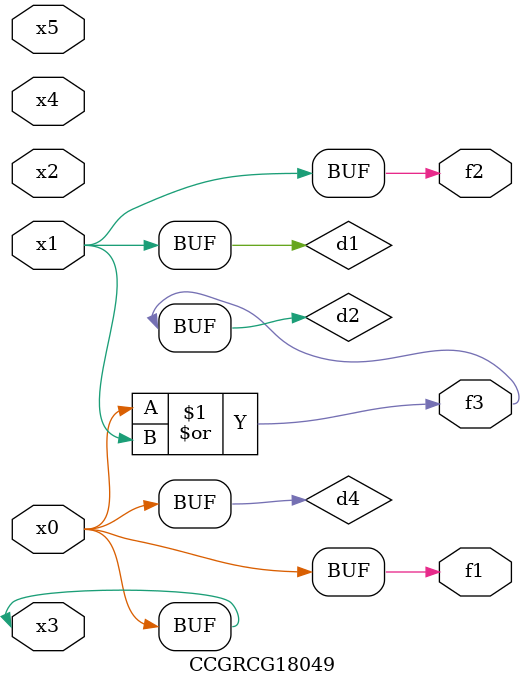
<source format=v>
module CCGRCG18049(
	input x0, x1, x2, x3, x4, x5,
	output f1, f2, f3
);

	wire d1, d2, d3, d4;

	and (d1, x1);
	or (d2, x0, x1);
	nand (d3, x0, x5);
	buf (d4, x0, x3);
	assign f1 = d4;
	assign f2 = d1;
	assign f3 = d2;
endmodule

</source>
